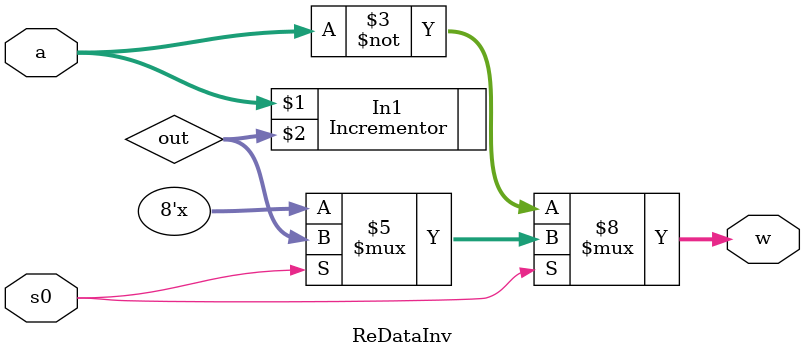
<source format=sv>
module ReDataInv(
    input logic [7:0] a,
    input logic s0,
    output logic [7:0] w
);
logic [7:0] out;

Incrementor In1(a,out);
always @(s0)
    begin
        if (s0 == 0)
        begin
            w <= ~a;
        end
        else if (s0 == 1)
        begin
            w <= out;
        end
    end

endmodule
</source>
